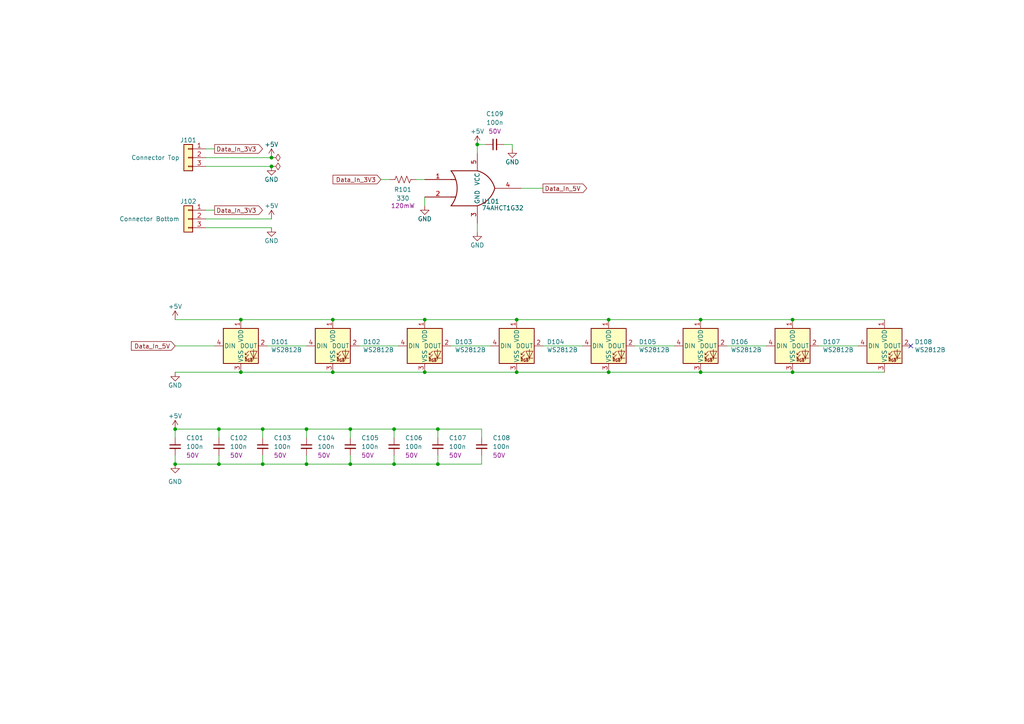
<source format=kicad_sch>
(kicad_sch (version 20230121) (generator eeschema)
  (paper "A4")
  (lib_symbols
    (symbol "74xGxx:74AHCT1G32"
      (property "Reference" "U" (at -2.54 3.81 0))
      (property "Value" "74AHCT1G32" (at 0 -3.81 0))
      (symbol "74AHCT1G32_0_1"
        (arc (start -7.62 -5.08) (mid -5.838 0) (end -7.62 5.08) (stroke (width 0.254)))
        (arc (start 0 -5.08) (mid 3.1986 -3.2054) (end 5.08 0) (stroke (width 0.254)))
        (polyline (pts (xy -7.62 -2.54) (xy -6.35 -2.54)) (stroke (width 0.254)) (fill (type background)))
        (polyline (pts (xy -7.62 2.54) (xy -6.35 2.54)) (stroke (width 0.254)) (fill (type background)))
        (polyline (pts (xy 0 -5.08) (xy -7.62 -5.08)) (stroke (width 0.254)) (fill (type background)))
        (polyline (pts (xy 0 5.08) (xy -7.62 5.08)) (stroke (width 0.254)) (fill (type background)))
        (arc (start 5.08 0) (mid 3.2238 3.2304) (end 0 5.08) (stroke (width 0.254)))
      )
      (symbol "74AHCT1G32_1_1"
        (pin input line (at -15.24 2.54 0) (length 7.62) (name "~") (number "1"))
        (pin input line (at -15.24 -2.54 0) (length 7.62) (name "~") (number "2"))
        (pin power_in line (at 0 -10.16 90) (length 5.08) (name "GND") (number "3"))
        (pin output line (at 12.7 0 180) (length 7.62) (name "~") (number "4"))
        (pin power_in line (at 0 10.16 270) (length 5.08) (name "VCC") (number "5"))
      )
    )
    (symbol "Connector_Generic:Conn_01x03" (pin_names (offset 1.016) hide)
      (property "Reference" "J" (at 0 5.08 0))
      (property "Value" "Conn_01x03" (at 0 -5.08 0))
      (symbol "Conn_01x03_1_1"
        (rectangle (start -1.27 -2.413) (end 0 -2.667) (stroke (width 0.1524)))
        (rectangle (start -1.27 0.127) (end 0 -0.127) (stroke (width 0.1524)))
        (rectangle (start -1.27 2.667) (end 0 2.413) (stroke (width 0.1524)))
        (rectangle (start -1.27 3.81) (end 1.27 -3.81) (stroke (width 0.254)) (fill (type background)))
        (pin passive line (at -5.08 2.54 0) (length 3.81) (name "Pin_1") (number "1"))
        (pin passive line (at -5.08 0 0) (length 3.81) (name "Pin_2") (number "2"))
        (pin passive line (at -5.08 -2.54 0) (length 3.81) (name "Pin_3") (number "3"))
      )
    )
    (symbol "Device:C_Small" (pin_numbers hide) (pin_names (offset 0.254) hide)
      (property "Reference" "C" (at 0.254 1.778 0))
      (property "Value" "C_Small" (at 0.254 -2.032 0))
      (symbol "C_Small_0_1"
        (polyline (pts (xy -1.524 -0.508) (xy 1.524 -0.508)) (stroke (width 0.3302)))
        (polyline (pts (xy -1.524 0.508) (xy 1.524 0.508)) (stroke (width 0.3048)))
      )
      (symbol "C_Small_1_1"
        (pin passive line (at 0 2.54 270) (length 2.032) (name "~") (number "1"))
        (pin passive line (at 0 -2.54 90) (length 2.032) (name "~") (number "2"))
      )
    )
    (symbol "Device:R_US" (pin_numbers hide) (pin_names (offset 0))
      (property "Reference" "R" (at 2.54 0 90))
      (property "Value" "R_US" (at -2.54 0 90))
      (symbol "R_US_0_1"
        (polyline (pts (xy 0 -2.286) (xy 0 -2.54)))
        (polyline (pts (xy 0 2.286) (xy 0 2.54)))
        (polyline (pts (xy 0 -0.762) (xy 1.016 -1.143) (xy 0 -1.524) (xy -1.016 -1.905) (xy 0 -2.286)))
        (polyline (pts (xy 0 0.762) (xy 1.016 0.381) (xy 0 0) (xy -1.016 -0.381) (xy 0 -0.762)))
        (polyline (pts (xy 0 2.286) (xy 1.016 1.905) (xy 0 1.524) (xy -1.016 1.143) (xy 0 0.762)))
      )
      (symbol "R_US_1_1"
        (pin passive line (at 0 3.81 270) (length 1.27) (name "~") (number "1"))
        (pin passive line (at 0 -3.81 90) (length 1.27) (name "~") (number "2"))
      )
    )
    (symbol "LED:WS2812B" (pin_names (offset 0.254))
      (property "Reference" "D" (at 5.08 5.715 0))
      (property "Value" "WS2812B" (at 1.27 -5.715 0))
      (symbol "WS2812B_0_0"
        (text "RGB" (at 2.286 -4.191 0) (effects (font (size 0.762 0.762))))
      )
      (symbol "WS2812B_0_1"
        (polyline (pts (xy 1.27 -3.556) (xy 1.778 -3.556)))
        (polyline (pts (xy 1.27 -2.54) (xy 1.778 -2.54)))
        (polyline (pts (xy 4.699 -3.556) (xy 2.667 -3.556)))
        (polyline (pts (xy 2.286 -2.54) (xy 1.27 -3.556) (xy 1.27 -3.048)))
        (polyline (pts (xy 2.286 -1.524) (xy 1.27 -2.54) (xy 1.27 -2.032)))
        (polyline (pts (xy 3.683 -1.016) (xy 3.683 -3.556) (xy 3.683 -4.064)))
        (polyline (pts (xy 4.699 -1.524) (xy 2.667 -1.524) (xy 3.683 -3.556) (xy 4.699 -1.524)))
        (rectangle (start 5.08 5.08) (end -5.08 -5.08) (stroke (width 0.254)) (fill (type background)))
      )
      (symbol "WS2812B_1_1"
        (pin power_in line (at 0 7.62 270) (length 2.54) (name "VDD") (number "1"))
        (pin output line (at 7.62 0 180) (length 2.54) (name "DOUT") (number "2"))
        (pin power_in line (at 0 -7.62 90) (length 2.54) (name "VSS") (number "3"))
        (pin input line (at -7.62 0 0) (length 2.54) (name "DIN") (number "4"))
      )
    )
    (symbol "power:+5V" (power) (pin_names (offset 0))
      (property "Value" "+5V" (at 0 3.556 0))
      (symbol "+5V_0_1"
        (polyline (pts (xy -0.762 1.27) (xy 0 2.54)))
        (polyline (pts (xy 0 0) (xy 0 2.54)))
        (polyline (pts (xy 0 2.54) (xy 0.762 1.27)))
      )
      (symbol "+5V_1_1"
        (pin power_in line (at 0 0 90) (length 0) hide (name "+5V") (number "1"))
      )
    )
    (symbol "power:GND" (power) (pin_names (offset 0))
      (property "Value" "GND" (at 0 -3.81 0))
      (symbol "GND_0_1"
        (polyline (pts (xy 0 0) (xy 0 -1.27) (xy 1.27 -1.27) (xy 0 -2.54) (xy -1.27 -1.27) (xy 0 -1.27)))
      )
      (symbol "GND_1_1"
        (pin power_in line (at 0 0 270) (length 0) hide (name "GND") (number "1"))
      )
    )
    (symbol "power:PWR_FLAG" (power) (pin_numbers hide) (pin_names (offset 0) hide)
      (property "Value" "PWR_FLAG" (at 0 3.81 0))
      (symbol "PWR_FLAG_0_0"
        (pin power_out line (at 0 0 90) (length 0) (name "pwr") (number "1"))
      )
      (symbol "PWR_FLAG_0_1"
        (polyline (pts (xy 0 0) (xy 0 1.27) (xy -1.016 1.905) (xy 0 2.54) (xy 1.016 1.905) (xy 0 1.27)))
      )
    )
  )
  (junction (at 229.87 107.95))
  (junction (at 229.87 92.71))
  (junction (at 76.2 134.62))
  (junction (at 203.2 92.71))
  (junction (at 50.8 134.62))
  (junction (at 96.52 107.95))
  (junction (at 123.19 107.95))
  (junction (at 50.8 124.46))
  (junction (at 96.52 92.71))
  (junction (at 123.19 92.71))
  (junction (at 101.6 134.62))
  (junction (at 78.74 45.72))
  (junction (at 88.9 124.46))
  (junction (at 127 124.46))
  (junction (at 203.2 107.95))
  (junction (at 176.53 92.71))
  (junction (at 138.43 41.91))
  (junction (at 69.85 107.95))
  (junction (at 63.5 134.62))
  (junction (at 149.86 107.95))
  (junction (at 101.6 124.46))
  (junction (at 149.86 92.71))
  (junction (at 76.2 124.46))
  (junction (at 114.3 124.46))
  (junction (at 176.53 107.95))
  (junction (at 127 134.62))
  (junction (at 69.85 92.71))
  (junction (at 63.5 124.46))
  (junction (at 78.74 48.26))
  (junction (at 88.9 134.62))
  (junction (at 114.3 134.62))
  (no_connect (at 264.16 100.33))
  (wire (pts (xy 114.3 132.08) (xy 114.3 134.62)))
  (wire (pts (xy 184.15 100.33) (xy 195.58 100.33)))
  (wire (pts (xy 59.69 60.96) (xy 62.23 60.96)))
  (wire (pts (xy 138.43 67.31) (xy 138.43 64.77)))
  (wire (pts (xy 63.5 132.08) (xy 63.5 134.62)))
  (wire (pts (xy 210.82 100.33) (xy 222.25 100.33)))
  (wire (pts (xy 148.59 41.91) (xy 148.59 43.18)))
  (wire (pts (xy 149.86 107.95) (xy 176.53 107.95)))
  (wire (pts (xy 76.2 134.62) (xy 88.9 134.62)))
  (wire (pts (xy 76.2 132.08) (xy 76.2 134.62)))
  (wire (pts (xy 138.43 41.91) (xy 140.97 41.91)))
  (wire (pts (xy 76.2 127) (xy 76.2 124.46)))
  (wire (pts (xy 63.5 134.62) (xy 76.2 134.62)))
  (wire (pts (xy 59.69 45.72) (xy 78.74 45.72)))
  (wire (pts (xy 229.87 107.95) (xy 256.54 107.95)))
  (wire (pts (xy 101.6 132.08) (xy 101.6 134.62)))
  (wire (pts (xy 88.9 124.46) (xy 101.6 124.46)))
  (wire (pts (xy 101.6 124.46) (xy 114.3 124.46)))
  (wire (pts (xy 149.86 92.71) (xy 176.53 92.71)))
  (wire (pts (xy 76.2 124.46) (xy 88.9 124.46)))
  (wire (pts (xy 69.85 107.95) (xy 96.52 107.95)))
  (wire (pts (xy 203.2 92.71) (xy 229.87 92.71)))
  (wire (pts (xy 50.8 132.08) (xy 50.8 134.62)))
  (wire (pts (xy 151.13 54.61) (xy 157.48 54.61)))
  (wire (pts (xy 114.3 127) (xy 114.3 124.46)))
  (wire (pts (xy 96.52 92.71) (xy 123.19 92.71)))
  (wire (pts (xy 50.8 134.62) (xy 63.5 134.62)))
  (wire (pts (xy 138.43 41.91) (xy 138.43 44.45)))
  (wire (pts (xy 59.69 43.18) (xy 62.23 43.18)))
  (wire (pts (xy 123.19 92.71) (xy 149.86 92.71)))
  (wire (pts (xy 77.47 100.33) (xy 88.9 100.33)))
  (wire (pts (xy 50.8 124.46) (xy 50.8 127)))
  (wire (pts (xy 127 134.62) (xy 127 132.08)))
  (wire (pts (xy 101.6 134.62) (xy 114.3 134.62)))
  (wire (pts (xy 130.81 100.33) (xy 142.24 100.33)))
  (wire (pts (xy 176.53 107.95) (xy 203.2 107.95)))
  (wire (pts (xy 59.69 66.04) (xy 78.74 66.04)))
  (wire (pts (xy 139.7 132.08) (xy 139.7 134.62)))
  (wire (pts (xy 114.3 124.46) (xy 127 124.46)))
  (wire (pts (xy 237.49 100.33) (xy 248.92 100.33)))
  (wire (pts (xy 50.8 100.33) (xy 62.23 100.33)))
  (wire (pts (xy 63.5 124.46) (xy 76.2 124.46)))
  (wire (pts (xy 148.59 41.91) (xy 146.05 41.91)))
  (wire (pts (xy 139.7 134.62) (xy 127 134.62)))
  (wire (pts (xy 110.49 52.07) (xy 113.03 52.07)))
  (wire (pts (xy 50.8 92.71) (xy 69.85 92.71)))
  (wire (pts (xy 114.3 134.62) (xy 127 134.62)))
  (wire (pts (xy 88.9 132.08) (xy 88.9 134.62)))
  (wire (pts (xy 69.85 92.71) (xy 96.52 92.71)))
  (wire (pts (xy 139.7 127) (xy 139.7 124.46)))
  (wire (pts (xy 59.69 63.5) (xy 78.74 63.5)))
  (wire (pts (xy 123.19 59.69) (xy 123.19 57.15)))
  (wire (pts (xy 123.19 107.95) (xy 149.86 107.95)))
  (wire (pts (xy 63.5 124.46) (xy 50.8 124.46)))
  (wire (pts (xy 229.87 92.71) (xy 256.54 92.71)))
  (wire (pts (xy 120.65 52.07) (xy 123.19 52.07)))
  (wire (pts (xy 176.53 92.71) (xy 203.2 92.71)))
  (wire (pts (xy 88.9 134.62) (xy 101.6 134.62)))
  (wire (pts (xy 50.8 107.95) (xy 69.85 107.95)))
  (wire (pts (xy 88.9 127) (xy 88.9 124.46)))
  (wire (pts (xy 101.6 127) (xy 101.6 124.46)))
  (wire (pts (xy 96.52 107.95) (xy 123.19 107.95)))
  (wire (pts (xy 203.2 107.95) (xy 229.87 107.95)))
  (wire (pts (xy 59.69 48.26) (xy 78.74 48.26)))
  (wire (pts (xy 157.48 100.33) (xy 168.91 100.33)))
  (wire (pts (xy 127 124.46) (xy 139.7 124.46)))
  (wire (pts (xy 127 127) (xy 127 124.46)))
  (wire (pts (xy 104.14 100.33) (xy 115.57 100.33)))
  (wire (pts (xy 63.5 127) (xy 63.5 124.46)))
  (global_label "Data_In_5V" (shape input) (at 50.8 100.33 180) (property "Intersheetrefs" "${INTERSHEET_REFS}" (effects hide)))
  (global_label "Data_In_3V3" (shape output) (at 62.23 60.96 0) (property "Intersheetrefs" "${INTERSHEET_REFS}" (effects hide)))
  (global_label "Data_In_3V3" (shape output) (at 62.23 43.18 0) (property "Intersheetrefs" "${INTERSHEET_REFS}" (effects hide)))
  (global_label "Data_In_5V" (shape output) (at 157.48 54.61 0) (property "Intersheetrefs" "${INTERSHEET_REFS}" (effects hide)))
  (global_label "Data_In_3V3" (shape input) (at 110.49 52.07 180) (property "Intersheetrefs" "${INTERSHEET_REFS}" (effects hide)))
  (symbol (lib_id "power:GND") (at 148.59 43.18 0) (unit 1)
    (property "Reference" "#PWR0112" (effects hide))
    (property "Value" "GND" (at 148.59 46.99 0))
  )
  (symbol (lib_id "power:+5V") (at 138.43 41.91 0) (unit 1)
    (property "Reference" "#PWR0110" (effects hide))
    (property "Value" "+5V" (at 138.43 38.1 0))
  )
  (symbol (lib_id "LED:WS2812B") (at 123.19 100.33 0) (unit 1)
    (property "Reference" "D103" (at 131.9276 99.1616 0) (effects (justify left)))
    (property "Value" "WS2812B" (at 131.9276 101.473 0) (effects (justify left)))
    (property "Footprint" "Droid:LED_WS2812B_PLCC4_5.0x5.0mm_P3.2mm" (effects hide))
    (property "Datasheet" "https://cdn-shop.adafruit.com/datasheets/WS2812B.pdf" (effects hide))
    (property "mpn" "WS2812B" (effects hide))
  )
  (symbol (lib_id "power:+5V") (at 50.8 124.46 0) (mirror y) (unit 1)
    (property "Reference" "#PWR0103" (effects hide))
    (property "Value" "+5V" (at 50.8 120.65 0))
  )
  (symbol (lib_id "LED:WS2812B") (at 176.53 100.33 0) (unit 1)
    (property "Reference" "D105" (at 185.2676 99.1616 0) (effects (justify left)))
    (property "Value" "WS2812B" (at 185.2676 101.473 0) (effects (justify left)))
    (property "Footprint" "Droid:LED_WS2812B_PLCC4_5.0x5.0mm_P3.2mm" (effects hide))
    (property "Datasheet" "https://cdn-shop.adafruit.com/datasheets/WS2812B.pdf" (effects hide))
    (property "mpn" "WS2812B" (effects hide))
  )
  (symbol (lib_id "Device:C_Small") (at 127 129.54 0) (unit 1)
    (property "Reference" "C107" (at 130.175 127.0062 0) (effects (justify left)))
    (property "Value" "100n" (at 130.175 129.5462 0) (effects (justify left)))
    (property "Footprint" "Droid:C_0603_HandSolder" (effects hide))
    (property "mpn" "CL10B104KB8NNNC" (effects hide))
    (property "Rating" "50V" (at 130.175 132.0862 0) (effects (justify left)))
  )
  (symbol (lib_id "power:GND") (at 50.8 134.62 0) (unit 1)
    (property "Reference" "#PWR0104" (effects hide))
    (property "Value" "GND" (at 50.8 139.7 0))
  )
  (symbol (lib_id "Device:C_Small") (at 50.8 129.54 0) (unit 1)
    (property "Reference" "C101" (at 53.975 127.0062 0) (effects (justify left)))
    (property "Value" "100n" (at 53.975 129.5462 0) (effects (justify left)))
    (property "Footprint" "Droid:C_0603_HandSolder" (effects hide))
    (property "mpn" "CL10B104KB8NNNC" (effects hide))
    (property "Rating" "50V" (at 53.975 132.0862 0) (effects (justify left)))
  )
  (symbol (lib_id "LED:WS2812B") (at 149.86 100.33 0) (unit 1)
    (property "Reference" "D104" (at 158.5976 99.1616 0) (effects (justify left)))
    (property "Value" "WS2812B" (at 158.5976 101.473 0) (effects (justify left)))
    (property "Footprint" "Droid:LED_WS2812B_PLCC4_5.0x5.0mm_P3.2mm" (effects hide))
    (property "Datasheet" "https://cdn-shop.adafruit.com/datasheets/WS2812B.pdf" (effects hide))
    (property "mpn" "WS2812B" (effects hide))
  )
  (symbol (lib_id "power:+5V") (at 78.74 45.72 0) (unit 1)
    (property "Reference" "#PWR0105" (effects hide))
    (property "Value" "+5V" (at 78.74 41.91 0))
  )
  (symbol (lib_id "Device:C_Small") (at 63.5 129.54 0) (unit 1)
    (property "Reference" "C102" (at 66.675 127.0062 0) (effects (justify left)))
    (property "Value" "100n" (at 66.675 129.5462 0) (effects (justify left)))
    (property "Footprint" "Droid:C_0603_HandSolder" (effects hide))
    (property "mpn" "CL10B104KB8NNNC" (effects hide))
    (property "Rating" "50V" (at 66.675 132.0862 0) (effects (justify left)))
  )
  (symbol (lib_id "power:+5V") (at 78.74 63.5 0) (unit 1)
    (property "Reference" "#PWR0107" (effects hide))
    (property "Value" "+5V" (at 78.74 59.69 0))
  )
  (symbol (lib_id "power:+5V") (at 50.8 92.71 0) (unit 1)
    (property "Reference" "#PWR0101" (effects hide))
    (property "Value" "+5V" (at 50.8 88.9 0))
  )
  (symbol (lib_id "LED:WS2812B") (at 203.2 100.33 0) (unit 1)
    (property "Reference" "D106" (at 211.9376 99.1616 0) (effects (justify left)))
    (property "Value" "WS2812B" (at 211.9376 101.473 0) (effects (justify left)))
    (property "Footprint" "Droid:LED_WS2812B_PLCC4_5.0x5.0mm_P3.2mm" (effects hide))
    (property "Datasheet" "https://cdn-shop.adafruit.com/datasheets/WS2812B.pdf" (effects hide))
    (property "mpn" "WS2812B" (effects hide))
  )
  (symbol (lib_id "Connector_Generic:Conn_01x03") (at 54.61 45.72 0) (mirror y) (unit 1)
    (property "Reference" "J101" (at 54.61 40.64 0))
    (property "Value" "Connector Top" (at 52.07 45.72 0) (effects (justify left)))
    (property "Footprint" "Connector_JST:JST_XH_B3B-XH-A_1x03_P2.50mm_Vertical" (effects hide))
    (property "mpn" "B3B-XH-AM" (effects hide))
  )
  (symbol (lib_id "power:GND") (at 78.74 48.26 0) (unit 1)
    (property "Reference" "#PWR0106" (effects hide))
    (property "Value" "GND" (at 78.74 52.07 0))
  )
  (symbol (lib_id "Device:C_Small") (at 88.9 129.54 0) (unit 1)
    (property "Reference" "C104" (at 92.075 127.0062 0) (effects (justify left)))
    (property "Value" "100n" (at 92.075 129.5462 0) (effects (justify left)))
    (property "Footprint" "Droid:C_0603_HandSolder" (effects hide))
    (property "mpn" "CL10B104KB8NNNC" (effects hide))
    (property "Rating" "50V" (at 92.075 132.0862 0) (effects (justify left)))
  )
  (symbol (lib_id "power:PWR_FLAG") (at 78.74 45.72 270) (unit 1)
    (property "Reference" "#FLG0101" (effects hide))
    (property "Value" "PWR_FLAG" (effects hide))
  )
  (symbol (lib_id "Connector_Generic:Conn_01x03") (at 54.61 63.5 0) (mirror y) (unit 1)
    (property "Reference" "J102" (at 54.61 58.42 0))
    (property "Value" "Connector Bottom" (at 52.07 63.5 0) (effects (justify left)))
    (property "Footprint" "Connector_JST:JST_XH_S3B-XH-A-1_1x03_P2.50mm_Horizontal" (effects hide))
    (property "mpn" "B3B-XH-AM" (effects hide))
  )
  (symbol (lib_id "Device:C_Small") (at 114.3 129.54 0) (unit 1)
    (property "Reference" "C106" (at 117.475 127.0062 0) (effects (justify left)))
    (property "Value" "100n" (at 117.475 129.5462 0) (effects (justify left)))
    (property "Footprint" "Droid:C_0603_HandSolder" (effects hide))
    (property "mpn" "CL10B104KB8NNNC" (effects hide))
    (property "Rating" "50V" (at 117.475 132.0862 0) (effects (justify left)))
  )
  (symbol (lib_id "Device:C_Small") (at 101.6 129.54 0) (unit 1)
    (property "Reference" "C105" (at 104.775 127.0062 0) (effects (justify left)))
    (property "Value" "100n" (at 104.775 129.5462 0) (effects (justify left)))
    (property "Footprint" "Droid:C_0603_HandSolder" (effects hide))
    (property "mpn" "CL10B104KB8NNNC" (effects hide))
    (property "Rating" "50V" (at 104.775 132.0862 0) (effects (justify left)))
  )
  (symbol (lib_id "Device:C_Small") (at 139.7 129.54 0) (unit 1)
    (property "Reference" "C108" (at 142.875 127.0062 0) (effects (justify left)))
    (property "Value" "100n" (at 142.875 129.5462 0) (effects (justify left)))
    (property "Footprint" "Droid:C_0603_HandSolder" (effects hide))
    (property "mpn" "CL10B104KB8NNNC" (effects hide))
    (property "Rating" "50V" (at 142.875 132.0862 0) (effects (justify left)))
  )
  (symbol (lib_id "power:GND") (at 50.8 107.95 0) (unit 1)
    (property "Reference" "#PWR0102" (effects hide))
    (property "Value" "GND" (at 50.8 111.76 0))
  )
  (symbol (lib_id "power:GND") (at 123.19 59.69 0) (unit 1)
    (property "Reference" "#PWR0109" (effects hide))
    (property "Value" "GND" (at 123.19 63.5 0))
  )
  (symbol (lib_id "Device:R_US") (at 116.84 52.07 270) (unit 1)
    (property "Reference" "R101" (at 116.84 54.9894 90))
    (property "Value" "330" (at 116.84 57.5263 90))
    (property "Footprint" "Droid:R_0603_HandSolder" (effects hide))
    (property "mpn" "CRGH0603F330R" (effects hide))
    (property "Rating" "120mW" (at 116.84 59.69 90))
  )
  (symbol (lib_id "Device:C_Small") (at 76.2 129.54 0) (unit 1)
    (property "Reference" "C103" (at 79.375 127.0062 0) (effects (justify left)))
    (property "Value" "100n" (at 79.375 129.5462 0) (effects (justify left)))
    (property "Footprint" "Droid:C_0603_HandSolder" (effects hide))
    (property "mpn" "CL10B104KB8NNNC" (effects hide))
    (property "Rating" "50V" (at 79.375 132.0862 0) (effects (justify left)))
  )
  (symbol (lib_id "LED:WS2812B") (at 69.85 100.33 0) (unit 1)
    (property "Reference" "D101" (at 78.5876 99.1616 0) (effects (justify left)))
    (property "Value" "WS2812B" (at 78.5876 101.473 0) (effects (justify left)))
    (property "Footprint" "Droid:LED_WS2812B_PLCC4_5.0x5.0mm_P3.2mm" (effects hide))
    (property "Datasheet" "https://cdn-shop.adafruit.com/datasheets/WS2812B.pdf" (effects hide))
    (property "mpn" "WS2812B" (effects hide))
  )
  (symbol (lib_id "LED:WS2812B") (at 96.52 100.33 0) (unit 1)
    (property "Reference" "D102" (at 105.2576 99.1616 0) (effects (justify left)))
    (property "Value" "WS2812B" (at 105.2576 101.473 0) (effects (justify left)))
    (property "Footprint" "Droid:LED_WS2812B_PLCC4_5.0x5.0mm_P3.2mm" (effects hide))
    (property "Datasheet" "https://cdn-shop.adafruit.com/datasheets/WS2812B.pdf" (effects hide))
    (property "mpn" "WS2812B" (effects hide))
  )
  (symbol (lib_id "power:PWR_FLAG") (at 78.74 48.26 270) (unit 1)
    (property "Reference" "#FLG0102" (effects hide))
    (property "Value" "PWR_FLAG" (effects hide))
  )
  (symbol (lib_id "LED:WS2812B") (at 256.54 100.33 0) (unit 1)
    (property "Reference" "D108" (at 265.2776 99.1616 0) (effects (justify left)))
    (property "Value" "WS2812B" (at 265.2776 101.473 0) (effects (justify left)))
    (property "Footprint" "Droid:LED_WS2812B_PLCC4_5.0x5.0mm_P3.2mm" (effects hide))
    (property "Datasheet" "https://cdn-shop.adafruit.com/datasheets/WS2812B.pdf" (effects hide))
    (property "mpn" "WS2812B" (effects hide))
  )
  (symbol (lib_id "power:GND") (at 138.43 67.31 0) (unit 1)
    (property "Reference" "#PWR0111" (effects hide))
    (property "Value" "GND" (at 138.43 71.12 0))
  )
  (symbol (lib_id "74xGxx:74AHCT1G32") (at 138.43 54.61 0) (unit 1)
    (property "Reference" "U101" (at 139.7 58.42 0) (effects (justify left)))
    (property "Value" "74AHCT1G32" (at 139.7 60.325 0) (effects (justify left)))
    (property "Footprint" "Package_TO_SOT_SMD:SOT-353_SC-70-5" (effects hide))
    (property "Datasheet" "http://www.ti.com/lit/sg/scyt129e/scyt129e.pdf" (effects hide))
    (property "mpn" "SN74AHCT1G32DBVR" (effects hide))
  )
  (symbol (lib_id "power:GND") (at 78.74 66.04 0) (unit 1)
    (property "Reference" "#PWR0108" (effects hide))
    (property "Value" "GND" (at 78.74 69.85 0))
  )
  (symbol (lib_id "LED:WS2812B") (at 229.87 100.33 0) (unit 1)
    (property "Reference" "D107" (at 238.6076 99.1616 0) (effects (justify left)))
    (property "Value" "WS2812B" (at 238.6076 101.473 0) (effects (justify left)))
    (property "Footprint" "Droid:LED_WS2812B_PLCC4_5.0x5.0mm_P3.2mm" (effects hide))
    (property "Datasheet" "https://cdn-shop.adafruit.com/datasheets/WS2812B.pdf" (effects hide))
    (property "mpn" "WS2812B" (effects hide))
  )
  (symbol (lib_id "Device:C_Small") (at 143.51 41.91 90) (unit 1)
    (property "Reference" "C109" (at 143.5163 33.02 90))
    (property "Value" "100n" (at 143.5163 35.56 90))
    (property "Footprint" "Droid:C_0603_HandSolder" (effects hide))
    (property "mpn" "CL10B104KB8NNNC" (effects hide))
    (property "Rating" "50V" (at 143.5163 38.1 90))
  )
)
</source>
